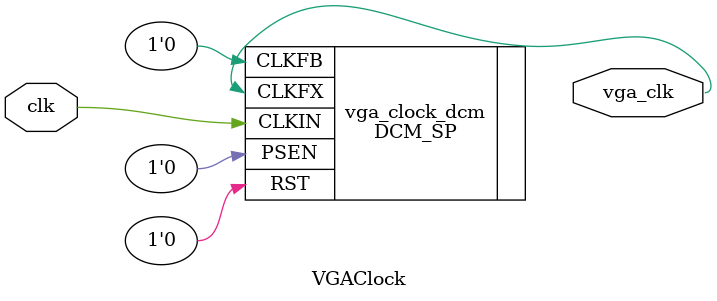
<source format=v>
module VGAClock(
    input clk, // 100MHZ
    output vga_clk
);

    DCM_SP #(
        .CLKFX_DIVIDE(8),
        .CLKFX_MULTIPLY(2),
        .CLKIN_PERIOD(10)
    ) vga_clock_dcm (
        .CLKIN(clk),
        .CLKFX(vga_clk),
        .CLKFB(1'b0),
        .PSEN(1'b0),
        .RST(1'b0)
    );

endmodule

</source>
